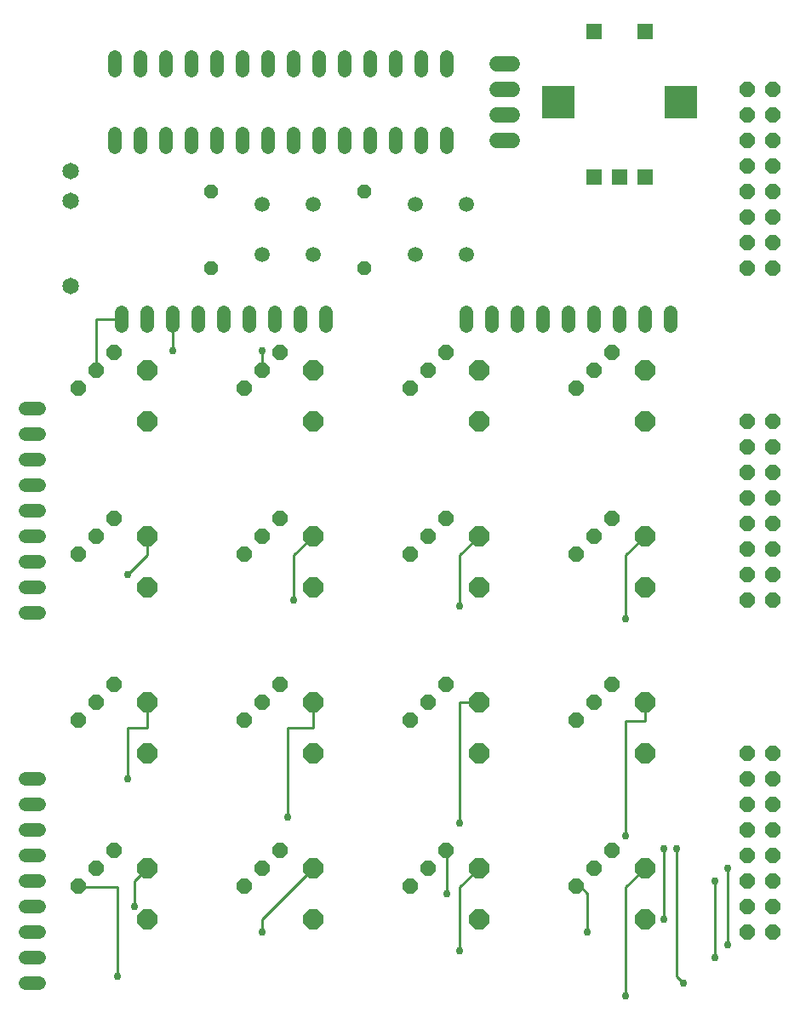
<source format=gbl>
G04 EAGLE Gerber RS-274X export*
G75*
%MOMM*%
%FSLAX34Y34*%
%LPD*%
%INBottom Copper*%
%IPPOS*%
%AMOC8*
5,1,8,0,0,1.08239X$1,22.5*%
G01*
%ADD10P,2.110661X8X22.500000*%
%ADD11P,1.632244X8X67.500000*%
%ADD12C,1.650000*%
%ADD13R,1.508000X1.508000*%
%ADD14R,3.216000X3.216000*%
%ADD15C,1.508000*%
%ADD16P,1.649562X8X292.500000*%
%ADD17C,1.320800*%
%ADD18C,1.524000*%
%ADD19P,1.429621X8X112.500000*%
%ADD20P,1.649562X8X112.500000*%
%ADD21C,0.254000*%
%ADD22C,0.756400*%


D10*
X152400Y584200D03*
X152400Y635000D03*
D11*
X101600Y635000D03*
X83640Y617039D03*
X119561Y652961D03*
D10*
X317500Y584200D03*
X317500Y635000D03*
D11*
X266700Y635000D03*
X248740Y617039D03*
X284661Y652961D03*
D10*
X482600Y584200D03*
X482600Y635000D03*
D11*
X431800Y635000D03*
X413840Y617039D03*
X449761Y652961D03*
D10*
X647700Y584200D03*
X647700Y635000D03*
D11*
X596900Y635000D03*
X578940Y617039D03*
X614861Y652961D03*
D10*
X152400Y419100D03*
X152400Y469900D03*
D11*
X101600Y469900D03*
X83640Y451939D03*
X119561Y487861D03*
D10*
X317500Y419100D03*
X317500Y469900D03*
D11*
X266700Y469900D03*
X248740Y451939D03*
X284661Y487861D03*
D10*
X482600Y419100D03*
X482600Y469900D03*
D11*
X431800Y469900D03*
X413840Y451939D03*
X449761Y487861D03*
D10*
X647700Y419100D03*
X647700Y469900D03*
D11*
X596900Y469900D03*
X578940Y451939D03*
X614861Y487861D03*
D10*
X152400Y254000D03*
X152400Y304800D03*
D11*
X101600Y304800D03*
X83640Y286839D03*
X119561Y322761D03*
D10*
X317500Y254000D03*
X317500Y304800D03*
D11*
X266700Y304800D03*
X248740Y286839D03*
X284661Y322761D03*
D10*
X482600Y254000D03*
X482600Y304800D03*
D11*
X431800Y304800D03*
X413840Y286839D03*
X449761Y322761D03*
D10*
X647700Y254000D03*
X647700Y304800D03*
D11*
X596900Y304800D03*
X578940Y286839D03*
X614861Y322761D03*
D10*
X152400Y88900D03*
X152400Y139700D03*
D11*
X101600Y139700D03*
X83640Y121739D03*
X119561Y157661D03*
D10*
X317500Y88900D03*
X317500Y139700D03*
D11*
X266700Y139700D03*
X248740Y121739D03*
X284661Y157661D03*
D10*
X482600Y88900D03*
X482600Y139700D03*
D11*
X431800Y139700D03*
X413840Y121739D03*
X449761Y157661D03*
D10*
X647700Y88900D03*
X647700Y139700D03*
D11*
X596900Y139700D03*
X578940Y121739D03*
X614861Y157661D03*
D12*
X76200Y718350D03*
X76200Y803350D03*
X76200Y833350D03*
D13*
X597300Y826700D03*
X622300Y826700D03*
X647300Y826700D03*
X597300Y971700D03*
X647300Y971700D03*
D14*
X561300Y901700D03*
X683300Y901700D03*
D15*
X419500Y799700D03*
X419500Y749700D03*
X469500Y749700D03*
X469500Y799700D03*
X267100Y799700D03*
X267100Y749700D03*
X317100Y749700D03*
X317100Y799700D03*
D16*
X749300Y584200D03*
X774700Y584200D03*
X749300Y558800D03*
X774700Y558800D03*
X749300Y533400D03*
X774700Y533400D03*
X749300Y508000D03*
X774700Y508000D03*
X749300Y482600D03*
X774700Y482600D03*
X749300Y457200D03*
X774700Y457200D03*
X749300Y431800D03*
X774700Y431800D03*
X749300Y406400D03*
X774700Y406400D03*
X749300Y254000D03*
X774700Y254000D03*
X749300Y228600D03*
X774700Y228600D03*
X749300Y203200D03*
X774700Y203200D03*
X749300Y177800D03*
X774700Y177800D03*
X749300Y152400D03*
X774700Y152400D03*
X749300Y127000D03*
X774700Y127000D03*
X749300Y101600D03*
X774700Y101600D03*
X749300Y76200D03*
X774700Y76200D03*
D17*
X120650Y856996D02*
X120650Y870204D01*
X146050Y870204D02*
X146050Y856996D01*
X171450Y856996D02*
X171450Y870204D01*
X196850Y870204D02*
X196850Y856996D01*
X222250Y856996D02*
X222250Y870204D01*
X247650Y870204D02*
X247650Y856996D01*
X273050Y856996D02*
X273050Y870204D01*
X298450Y870204D02*
X298450Y856996D01*
X323850Y856996D02*
X323850Y870204D01*
X349250Y870204D02*
X349250Y856996D01*
X374650Y856996D02*
X374650Y870204D01*
X400050Y870204D02*
X400050Y856996D01*
X425450Y856996D02*
X425450Y870204D01*
X450850Y870204D02*
X450850Y856996D01*
X450850Y933196D02*
X450850Y946404D01*
X425450Y946404D02*
X425450Y933196D01*
X400050Y933196D02*
X400050Y946404D01*
X374650Y946404D02*
X374650Y933196D01*
X349250Y933196D02*
X349250Y946404D01*
X323850Y946404D02*
X323850Y933196D01*
X298450Y933196D02*
X298450Y946404D01*
X273050Y946404D02*
X273050Y933196D01*
X247650Y933196D02*
X247650Y946404D01*
X222250Y946404D02*
X222250Y933196D01*
X196850Y933196D02*
X196850Y946404D01*
X171450Y946404D02*
X171450Y933196D01*
X146050Y933196D02*
X146050Y946404D01*
X120650Y946404D02*
X120650Y933196D01*
X44704Y596900D02*
X31496Y596900D01*
X31496Y571500D02*
X44704Y571500D01*
X44704Y546100D02*
X31496Y546100D01*
X31496Y520700D02*
X44704Y520700D01*
X44704Y495300D02*
X31496Y495300D01*
X31496Y469900D02*
X44704Y469900D01*
X44704Y444500D02*
X31496Y444500D01*
X31496Y419100D02*
X44704Y419100D01*
X44704Y393700D02*
X31496Y393700D01*
X31496Y228600D02*
X44704Y228600D01*
X44704Y203200D02*
X31496Y203200D01*
X31496Y177800D02*
X44704Y177800D01*
X44704Y152400D02*
X31496Y152400D01*
X31496Y127000D02*
X44704Y127000D01*
X44704Y101600D02*
X31496Y101600D01*
X31496Y76200D02*
X44704Y76200D01*
X44704Y50800D02*
X31496Y50800D01*
X31496Y25400D02*
X44704Y25400D01*
X127000Y679196D02*
X127000Y692404D01*
X152400Y692404D02*
X152400Y679196D01*
X177800Y679196D02*
X177800Y692404D01*
X203200Y692404D02*
X203200Y679196D01*
X228600Y679196D02*
X228600Y692404D01*
X254000Y692404D02*
X254000Y679196D01*
X279400Y679196D02*
X279400Y692404D01*
X304800Y692404D02*
X304800Y679196D01*
X330200Y679196D02*
X330200Y692404D01*
X469900Y692404D02*
X469900Y679196D01*
X495300Y679196D02*
X495300Y692404D01*
X520700Y692404D02*
X520700Y679196D01*
X546100Y679196D02*
X546100Y692404D01*
X571500Y692404D02*
X571500Y679196D01*
X596900Y679196D02*
X596900Y692404D01*
X622300Y692404D02*
X622300Y679196D01*
X647700Y679196D02*
X647700Y692404D01*
X673100Y692404D02*
X673100Y679196D01*
D18*
X515620Y863600D02*
X500380Y863600D01*
X500380Y889000D02*
X515620Y889000D01*
X515620Y914400D02*
X500380Y914400D01*
X500380Y939800D02*
X515620Y939800D01*
D19*
X215900Y736600D03*
X215900Y812800D03*
X368300Y736600D03*
X368300Y812800D03*
D20*
X774700Y736600D03*
X749300Y736600D03*
X774700Y762000D03*
X749300Y762000D03*
X774700Y787400D03*
X749300Y787400D03*
X774700Y812800D03*
X749300Y812800D03*
X774700Y838200D03*
X749300Y838200D03*
X774700Y863600D03*
X749300Y863600D03*
X774700Y889000D03*
X749300Y889000D03*
X774700Y914400D03*
X749300Y914400D03*
D21*
X101600Y685800D02*
X101600Y635000D01*
X101600Y685800D02*
X127000Y685800D01*
X177800Y685800D02*
X177800Y654050D01*
X266700Y654050D02*
X266700Y635000D01*
D22*
X177800Y654050D03*
X266700Y654050D03*
X730250Y139700D03*
D21*
X730250Y63500D01*
D22*
X730250Y63500D03*
D21*
X450850Y114300D02*
X450850Y120650D01*
X450850Y152400D01*
X449761Y153489D01*
X449761Y157661D01*
D22*
X450850Y114300D03*
D21*
X666750Y88900D02*
X666750Y158750D01*
D22*
X666750Y158750D03*
X666750Y88900D03*
D21*
X83640Y120650D02*
X83640Y121739D01*
X123042Y120650D02*
X123042Y31750D01*
D22*
X123042Y31750D03*
X685800Y25400D03*
D21*
X679450Y31750D02*
X679450Y158750D01*
X679450Y31750D02*
X685800Y25400D01*
D22*
X679450Y158750D03*
D21*
X123042Y120650D02*
X83640Y120650D01*
D22*
X717550Y127000D03*
D21*
X717550Y50800D01*
D22*
X717550Y50800D03*
D21*
X590550Y76200D02*
X590550Y114300D01*
X583111Y121739D01*
X578940Y121739D01*
D22*
X590550Y76200D03*
X628650Y387350D03*
D21*
X628650Y450850D01*
X647700Y469900D01*
X463550Y450850D02*
X463550Y400050D01*
X463550Y450850D02*
X482600Y469900D01*
D22*
X463550Y400050D03*
D21*
X298450Y406400D02*
X298450Y450850D01*
X317500Y469900D01*
D22*
X298450Y406400D03*
D21*
X152400Y450850D02*
X133350Y431800D01*
X152400Y450850D02*
X152400Y469900D01*
D22*
X133350Y431800D03*
X292100Y190500D03*
D21*
X292100Y279400D01*
X317500Y279400D01*
X317500Y304800D01*
D22*
X463550Y184150D03*
D21*
X463550Y304800D02*
X482600Y304800D01*
X463550Y304800D02*
X463550Y184150D01*
D22*
X628650Y171450D03*
D21*
X628650Y285750D01*
X647700Y285750D01*
X647700Y304800D01*
D22*
X139700Y101600D03*
D21*
X139700Y127000D01*
X152400Y139700D01*
D22*
X266700Y76200D03*
D21*
X266700Y88900D01*
X317500Y139700D01*
X463550Y120650D02*
X463550Y57150D01*
X463550Y120650D02*
X482600Y139700D01*
D22*
X463550Y57150D03*
X628650Y12700D03*
D21*
X628650Y120650D01*
X647700Y139700D01*
D22*
X133350Y228600D03*
D21*
X133350Y279400D01*
X152400Y279400D01*
X152400Y304800D01*
M02*

</source>
